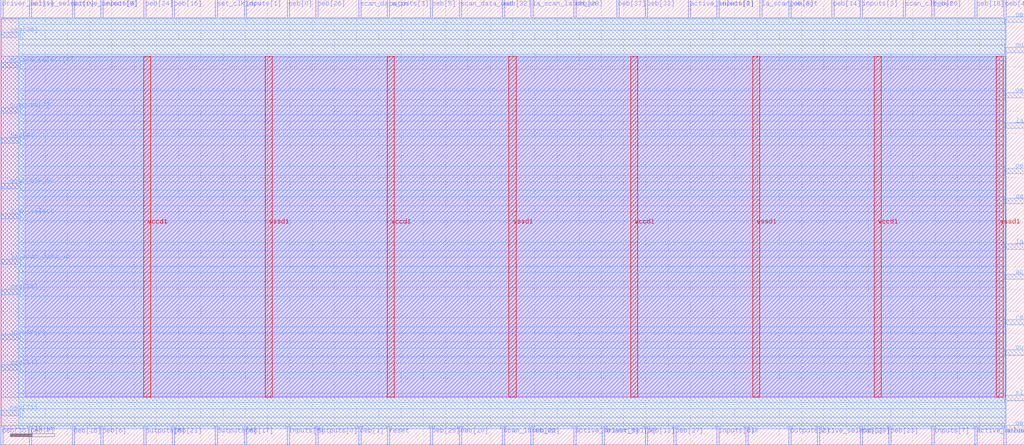
<source format=lef>
VERSION 5.7 ;
  NOWIREEXTENSIONATPIN ON ;
  DIVIDERCHAR "/" ;
  BUSBITCHARS "[]" ;
MACRO scan_controller
  CLASS BLOCK ;
  FOREIGN scan_controller ;
  ORIGIN 0.000 0.000 ;
  SIZE 230.000 BY 100.000 ;
  PIN active_select[0]
    DIRECTION INPUT ;
    USE SIGNAL ;
    PORT
      LAYER met2 ;
        RECT 6.390 96.000 6.950 100.000 ;
    END
  END active_select[0]
  PIN active_select[1]
    DIRECTION INPUT ;
    USE SIGNAL ;
    PORT
      LAYER met2 ;
        RECT 218.910 0.000 219.470 4.000 ;
    END
  END active_select[1]
  PIN active_select[2]
    DIRECTION INPUT ;
    USE SIGNAL ;
    PORT
      LAYER met2 ;
        RECT 225.350 0.000 225.910 4.000 ;
    END
  END active_select[2]
  PIN active_select[3]
    DIRECTION INPUT ;
    USE SIGNAL ;
    PORT
      LAYER met2 ;
        RECT 183.490 0.000 184.050 4.000 ;
    END
  END active_select[3]
  PIN active_select[4]
    DIRECTION INPUT ;
    USE SIGNAL ;
    PORT
      LAYER met2 ;
        RECT 154.510 96.000 155.070 100.000 ;
    END
  END active_select[4]
  PIN active_select[5]
    DIRECTION INPUT ;
    USE SIGNAL ;
    PORT
      LAYER met2 ;
        RECT 128.750 0.000 129.310 4.000 ;
    END
  END active_select[5]
  PIN active_select[6]
    DIRECTION INPUT ;
    USE SIGNAL ;
    PORT
      LAYER met3 ;
        RECT 226.000 37.140 230.000 38.340 ;
    END
  END active_select[6]
  PIN active_select[7]
    DIRECTION INPUT ;
    USE SIGNAL ;
    PORT
      LAYER met3 ;
        RECT 0.000 84.740 4.000 85.940 ;
    END
  END active_select[7]
  PIN active_select[8]
    DIRECTION INPUT ;
    USE SIGNAL ;
    PORT
      LAYER met2 ;
        RECT 16.050 96.000 16.610 100.000 ;
    END
  END active_select[8]
  PIN clk
    DIRECTION INPUT ;
    USE SIGNAL ;
    PORT
      LAYER met2 ;
        RECT 167.390 0.000 167.950 4.000 ;
    END
  END clk
  PIN driver_sel[0]
    DIRECTION INPUT ;
    USE SIGNAL ;
    PORT
      LAYER met2 ;
        RECT 135.190 0.000 135.750 4.000 ;
    END
  END driver_sel[0]
  PIN driver_sel[1]
    DIRECTION INPUT ;
    USE SIGNAL ;
    PORT
      LAYER met2 ;
        RECT -0.050 96.000 0.510 100.000 ;
    END
  END driver_sel[1]
  PIN inputs[0]
    DIRECTION INPUT ;
    USE SIGNAL ;
    PORT
      LAYER met2 ;
        RECT 160.950 0.000 161.510 4.000 ;
    END
  END inputs[0]
  PIN inputs[1]
    DIRECTION INPUT ;
    USE SIGNAL ;
    PORT
      LAYER met2 ;
        RECT 54.690 96.000 55.250 100.000 ;
    END
  END inputs[1]
  PIN inputs[2]
    DIRECTION INPUT ;
    USE SIGNAL ;
    PORT
      LAYER met2 ;
        RECT 160.950 96.000 161.510 100.000 ;
    END
  END inputs[2]
  PIN inputs[3]
    DIRECTION INPUT ;
    USE SIGNAL ;
    PORT
      LAYER met2 ;
        RECT 193.150 96.000 193.710 100.000 ;
    END
  END inputs[3]
  PIN inputs[4]
    DIRECTION INPUT ;
    USE SIGNAL ;
    PORT
      LAYER met2 ;
        RECT 22.490 96.000 23.050 100.000 ;
    END
  END inputs[4]
  PIN inputs[5]
    DIRECTION INPUT ;
    USE SIGNAL ;
    PORT
      LAYER met2 ;
        RECT 64.350 0.000 64.910 4.000 ;
    END
  END inputs[5]
  PIN inputs[6]
    DIRECTION INPUT ;
    USE SIGNAL ;
    PORT
      LAYER met3 ;
        RECT 0.000 23.540 4.000 24.740 ;
    END
  END inputs[6]
  PIN inputs[7]
    DIRECTION INPUT ;
    USE SIGNAL ;
    PORT
      LAYER met2 ;
        RECT 209.250 0.000 209.810 4.000 ;
    END
  END inputs[7]
  PIN la_scan_clk_in
    DIRECTION INPUT ;
    USE SIGNAL ;
    PORT
      LAYER met3 ;
        RECT 226.000 43.940 230.000 45.140 ;
    END
  END la_scan_clk_in
  PIN la_scan_data_in
    DIRECTION INPUT ;
    USE SIGNAL ;
    PORT
      LAYER met3 ;
        RECT 0.000 40.540 4.000 41.740 ;
    END
  END la_scan_data_in
  PIN la_scan_data_out
    DIRECTION OUTPUT TRISTATE ;
    USE SIGNAL ;
    PORT
      LAYER met3 ;
        RECT 226.000 71.140 230.000 72.340 ;
    END
  END la_scan_data_out
  PIN la_scan_latch_en
    DIRECTION INPUT ;
    USE SIGNAL ;
    PORT
      LAYER met2 ;
        RECT 119.090 96.000 119.650 100.000 ;
    END
  END la_scan_latch_en
  PIN la_scan_select
    DIRECTION INPUT ;
    USE SIGNAL ;
    PORT
      LAYER met2 ;
        RECT 170.610 96.000 171.170 100.000 ;
    END
  END la_scan_select
  PIN oeb[0]
    DIRECTION OUTPUT TRISTATE ;
    USE SIGNAL ;
    PORT
      LAYER met2 ;
        RECT 64.350 96.000 64.910 100.000 ;
    END
  END oeb[0]
  PIN oeb[10]
    DIRECTION OUTPUT TRISTATE ;
    USE SIGNAL ;
    PORT
      LAYER met2 ;
        RECT 102.990 0.000 103.550 4.000 ;
    END
  END oeb[10]
  PIN oeb[11]
    DIRECTION OUTPUT TRISTATE ;
    USE SIGNAL ;
    PORT
      LAYER met3 ;
        RECT 226.000 60.940 230.000 62.140 ;
    END
  END oeb[11]
  PIN oeb[12]
    DIRECTION OUTPUT TRISTATE ;
    USE SIGNAL ;
    PORT
      LAYER met3 ;
        RECT 226.000 77.940 230.000 79.140 ;
    END
  END oeb[12]
  PIN oeb[13]
    DIRECTION OUTPUT TRISTATE ;
    USE SIGNAL ;
    PORT
      LAYER met2 ;
        RECT 144.850 0.000 145.410 4.000 ;
    END
  END oeb[13]
  PIN oeb[14]
    DIRECTION OUTPUT TRISTATE ;
    USE SIGNAL ;
    PORT
      LAYER met2 ;
        RECT 186.710 96.000 187.270 100.000 ;
    END
  END oeb[14]
  PIN oeb[15]
    DIRECTION OUTPUT TRISTATE ;
    USE SIGNAL ;
    PORT
      LAYER met2 ;
        RECT 16.050 0.000 16.610 4.000 ;
    END
  END oeb[15]
  PIN oeb[16]
    DIRECTION OUTPUT TRISTATE ;
    USE SIGNAL ;
    PORT
      LAYER met2 ;
        RECT 38.590 96.000 39.150 100.000 ;
    END
  END oeb[16]
  PIN oeb[17]
    DIRECTION OUTPUT TRISTATE ;
    USE SIGNAL ;
    PORT
      LAYER met2 ;
        RECT 54.690 0.000 55.250 4.000 ;
    END
  END oeb[17]
  PIN oeb[18]
    DIRECTION OUTPUT TRISTATE ;
    USE SIGNAL ;
    PORT
      LAYER met2 ;
        RECT 218.910 96.000 219.470 100.000 ;
    END
  END oeb[18]
  PIN oeb[19]
    DIRECTION OUTPUT TRISTATE ;
    USE SIGNAL ;
    PORT
      LAYER met3 ;
        RECT 226.000 54.140 230.000 55.340 ;
    END
  END oeb[19]
  PIN oeb[1]
    DIRECTION OUTPUT TRISTATE ;
    USE SIGNAL ;
    PORT
      LAYER met2 ;
        RECT 80.450 0.000 81.010 4.000 ;
    END
  END oeb[1]
  PIN oeb[20]
    DIRECTION OUTPUT TRISTATE ;
    USE SIGNAL ;
    PORT
      LAYER met2 ;
        RECT 209.250 96.000 209.810 100.000 ;
    END
  END oeb[20]
  PIN oeb[21]
    DIRECTION OUTPUT TRISTATE ;
    USE SIGNAL ;
    PORT
      LAYER met2 ;
        RECT 38.590 0.000 39.150 4.000 ;
    END
  END oeb[21]
  PIN oeb[22]
    DIRECTION OUTPUT TRISTATE ;
    USE SIGNAL ;
    PORT
      LAYER met2 ;
        RECT 119.090 0.000 119.650 4.000 ;
    END
  END oeb[22]
  PIN oeb[23]
    DIRECTION OUTPUT TRISTATE ;
    USE SIGNAL ;
    PORT
      LAYER met2 ;
        RECT 199.590 0.000 200.150 4.000 ;
    END
  END oeb[23]
  PIN oeb[24]
    DIRECTION OUTPUT TRISTATE ;
    USE SIGNAL ;
    PORT
      LAYER met2 ;
        RECT 32.150 96.000 32.710 100.000 ;
    END
  END oeb[24]
  PIN oeb[25]
    DIRECTION OUTPUT TRISTATE ;
    USE SIGNAL ;
    PORT
      LAYER met2 ;
        RECT 96.550 0.000 97.110 4.000 ;
    END
  END oeb[25]
  PIN oeb[26]
    DIRECTION OUTPUT TRISTATE ;
    USE SIGNAL ;
    PORT
      LAYER met2 ;
        RECT 70.790 96.000 71.350 100.000 ;
    END
  END oeb[26]
  PIN oeb[27]
    DIRECTION OUTPUT TRISTATE ;
    USE SIGNAL ;
    PORT
      LAYER met2 ;
        RECT 151.290 0.000 151.850 4.000 ;
    END
  END oeb[27]
  PIN oeb[28]
    DIRECTION OUTPUT TRISTATE ;
    USE SIGNAL ;
    PORT
      LAYER met2 ;
        RECT 128.750 96.000 129.310 100.000 ;
    END
  END oeb[28]
  PIN oeb[29]
    DIRECTION OUTPUT TRISTATE ;
    USE SIGNAL ;
    PORT
      LAYER met2 ;
        RECT 193.150 0.000 193.710 4.000 ;
    END
  END oeb[29]
  PIN oeb[2]
    DIRECTION OUTPUT TRISTATE ;
    USE SIGNAL ;
    PORT
      LAYER met3 ;
        RECT 226.000 3.140 230.000 4.340 ;
    END
  END oeb[2]
  PIN oeb[30]
    DIRECTION OUTPUT TRISTATE ;
    USE SIGNAL ;
    PORT
      LAYER met3 ;
        RECT 0.000 33.740 4.000 34.940 ;
    END
  END oeb[30]
  PIN oeb[31]
    DIRECTION OUTPUT TRISTATE ;
    USE SIGNAL ;
    PORT
      LAYER met3 ;
        RECT 0.000 6.540 4.000 7.740 ;
    END
  END oeb[31]
  PIN oeb[32]
    DIRECTION OUTPUT TRISTATE ;
    USE SIGNAL ;
    PORT
      LAYER met2 ;
        RECT 112.650 96.000 113.210 100.000 ;
    END
  END oeb[32]
  PIN oeb[33]
    DIRECTION OUTPUT TRISTATE ;
    USE SIGNAL ;
    PORT
      LAYER met2 ;
        RECT 144.850 96.000 145.410 100.000 ;
    END
  END oeb[33]
  PIN oeb[34]
    DIRECTION OUTPUT TRISTATE ;
    USE SIGNAL ;
    PORT
      LAYER met3 ;
        RECT 0.000 16.740 4.000 17.940 ;
    END
  END oeb[34]
  PIN oeb[35]
    DIRECTION OUTPUT TRISTATE ;
    USE SIGNAL ;
    PORT
      LAYER met2 ;
        RECT -0.050 0.000 0.510 4.000 ;
    END
  END oeb[35]
  PIN oeb[36]
    DIRECTION OUTPUT TRISTATE ;
    USE SIGNAL ;
    PORT
      LAYER met3 ;
        RECT 0.000 91.540 4.000 92.740 ;
    END
  END oeb[36]
  PIN oeb[37]
    DIRECTION OUTPUT TRISTATE ;
    USE SIGNAL ;
    PORT
      LAYER met2 ;
        RECT 138.410 96.000 138.970 100.000 ;
    END
  END oeb[37]
  PIN oeb[3]
    DIRECTION OUTPUT TRISTATE ;
    USE SIGNAL ;
    PORT
      LAYER met2 ;
        RECT 177.050 96.000 177.610 100.000 ;
    END
  END oeb[3]
  PIN oeb[4]
    DIRECTION OUTPUT TRISTATE ;
    USE SIGNAL ;
    PORT
      LAYER met2 ;
        RECT 225.350 96.000 225.910 100.000 ;
    END
  END oeb[4]
  PIN oeb[5]
    DIRECTION OUTPUT TRISTATE ;
    USE SIGNAL ;
    PORT
      LAYER met2 ;
        RECT 96.550 96.000 97.110 100.000 ;
    END
  END oeb[5]
  PIN oeb[6]
    DIRECTION OUTPUT TRISTATE ;
    USE SIGNAL ;
    PORT
      LAYER met2 ;
        RECT 22.490 0.000 23.050 4.000 ;
    END
  END oeb[6]
  PIN oeb[7]
    DIRECTION OUTPUT TRISTATE ;
    USE SIGNAL ;
    PORT
      LAYER met2 ;
        RECT 6.390 0.000 6.950 4.000 ;
    END
  END oeb[7]
  PIN oeb[8]
    DIRECTION OUTPUT TRISTATE ;
    USE SIGNAL ;
    PORT
      LAYER met3 ;
        RECT 226.000 94.940 230.000 96.140 ;
    END
  END oeb[8]
  PIN oeb[9]
    DIRECTION OUTPUT TRISTATE ;
    USE SIGNAL ;
    PORT
      LAYER met3 ;
        RECT 0.000 67.740 4.000 68.940 ;
    END
  END oeb[9]
  PIN outputs[0]
    DIRECTION OUTPUT TRISTATE ;
    USE SIGNAL ;
    PORT
      LAYER met2 ;
        RECT 70.790 0.000 71.350 4.000 ;
    END
  END outputs[0]
  PIN outputs[1]
    DIRECTION OUTPUT TRISTATE ;
    USE SIGNAL ;
    PORT
      LAYER met3 ;
        RECT 226.000 88.140 230.000 89.340 ;
    END
  END outputs[1]
  PIN outputs[2]
    DIRECTION OUTPUT TRISTATE ;
    USE SIGNAL ;
    PORT
      LAYER met2 ;
        RECT 177.050 0.000 177.610 4.000 ;
    END
  END outputs[2]
  PIN outputs[3]
    DIRECTION OUTPUT TRISTATE ;
    USE SIGNAL ;
    PORT
      LAYER met2 ;
        RECT 86.890 96.000 87.450 100.000 ;
    END
  END outputs[3]
  PIN outputs[4]
    DIRECTION OUTPUT TRISTATE ;
    USE SIGNAL ;
    PORT
      LAYER met3 ;
        RECT 226.000 20.140 230.000 21.340 ;
    END
  END outputs[4]
  PIN outputs[5]
    DIRECTION OUTPUT TRISTATE ;
    USE SIGNAL ;
    PORT
      LAYER met2 ;
        RECT 32.150 0.000 32.710 4.000 ;
    END
  END outputs[5]
  PIN outputs[6]
    DIRECTION OUTPUT TRISTATE ;
    USE SIGNAL ;
    PORT
      LAYER met2 ;
        RECT 48.250 0.000 48.810 4.000 ;
    END
  END outputs[6]
  PIN outputs[7]
    DIRECTION OUTPUT TRISTATE ;
    USE SIGNAL ;
    PORT
      LAYER met3 ;
        RECT 0.000 74.540 4.000 75.740 ;
    END
  END outputs[7]
  PIN ready
    DIRECTION OUTPUT TRISTATE ;
    USE SIGNAL ;
    PORT
      LAYER met3 ;
        RECT 226.000 26.940 230.000 28.140 ;
    END
  END ready
  PIN reset
    DIRECTION INPUT ;
    USE SIGNAL ;
    PORT
      LAYER met2 ;
        RECT 86.890 0.000 87.450 4.000 ;
    END
  END reset
  PIN scan_clk_in
    DIRECTION INPUT ;
    USE SIGNAL ;
    PORT
      LAYER met3 ;
        RECT 0.000 57.540 4.000 58.740 ;
    END
  END scan_clk_in
  PIN scan_clk_out
    DIRECTION OUTPUT TRISTATE ;
    USE SIGNAL ;
    PORT
      LAYER met2 ;
        RECT 202.810 96.000 203.370 100.000 ;
    END
  END scan_clk_out
  PIN scan_data_in
    DIRECTION INPUT ;
    USE SIGNAL ;
    PORT
      LAYER met2 ;
        RECT 80.450 96.000 81.010 100.000 ;
    END
  END scan_data_in
  PIN scan_data_out
    DIRECTION OUTPUT TRISTATE ;
    USE SIGNAL ;
    PORT
      LAYER met2 ;
        RECT 102.990 96.000 103.550 100.000 ;
    END
  END scan_data_out
  PIN scan_latch_en
    DIRECTION OUTPUT TRISTATE ;
    USE SIGNAL ;
    PORT
      LAYER met2 ;
        RECT 112.650 0.000 113.210 4.000 ;
    END
  END scan_latch_en
  PIN scan_select
    DIRECTION OUTPUT TRISTATE ;
    USE SIGNAL ;
    PORT
      LAYER met3 ;
        RECT 0.000 50.740 4.000 51.940 ;
    END
  END scan_select
  PIN set_clk_div
    DIRECTION INPUT ;
    USE SIGNAL ;
    PORT
      LAYER met2 ;
        RECT 48.250 96.000 48.810 100.000 ;
    END
  END set_clk_div
  PIN slow_clk
    DIRECTION OUTPUT TRISTATE ;
    USE SIGNAL ;
    PORT
      LAYER met3 ;
        RECT 226.000 9.940 230.000 11.140 ;
    END
  END slow_clk
  PIN vccd1
    DIRECTION INOUT ;
    USE POWER ;
    PORT
      LAYER met4 ;
        RECT 32.090 10.640 33.690 87.280 ;
    END
    PORT
      LAYER met4 ;
        RECT 86.830 10.640 88.430 87.280 ;
    END
    PORT
      LAYER met4 ;
        RECT 141.570 10.640 143.170 87.280 ;
    END
    PORT
      LAYER met4 ;
        RECT 196.310 10.640 197.910 87.280 ;
    END
  END vccd1
  PIN vssd1
    DIRECTION INOUT ;
    USE GROUND ;
    PORT
      LAYER met4 ;
        RECT 59.460 10.640 61.060 87.280 ;
    END
    PORT
      LAYER met4 ;
        RECT 114.200 10.640 115.800 87.280 ;
    END
    PORT
      LAYER met4 ;
        RECT 168.940 10.640 170.540 87.280 ;
    END
    PORT
      LAYER met4 ;
        RECT 223.680 10.640 225.280 87.280 ;
    END
  END vssd1
  OBS
      LAYER li1 ;
        RECT 5.520 10.795 224.480 87.125 ;
      LAYER met1 ;
        RECT 0.070 10.640 225.790 87.280 ;
      LAYER met2 ;
        RECT 0.790 95.720 6.110 96.000 ;
        RECT 7.230 95.720 15.770 96.000 ;
        RECT 16.890 95.720 22.210 96.000 ;
        RECT 23.330 95.720 31.870 96.000 ;
        RECT 32.990 95.720 38.310 96.000 ;
        RECT 39.430 95.720 47.970 96.000 ;
        RECT 49.090 95.720 54.410 96.000 ;
        RECT 55.530 95.720 64.070 96.000 ;
        RECT 65.190 95.720 70.510 96.000 ;
        RECT 71.630 95.720 80.170 96.000 ;
        RECT 81.290 95.720 86.610 96.000 ;
        RECT 87.730 95.720 96.270 96.000 ;
        RECT 97.390 95.720 102.710 96.000 ;
        RECT 103.830 95.720 112.370 96.000 ;
        RECT 113.490 95.720 118.810 96.000 ;
        RECT 119.930 95.720 128.470 96.000 ;
        RECT 129.590 95.720 138.130 96.000 ;
        RECT 139.250 95.720 144.570 96.000 ;
        RECT 145.690 95.720 154.230 96.000 ;
        RECT 155.350 95.720 160.670 96.000 ;
        RECT 161.790 95.720 170.330 96.000 ;
        RECT 171.450 95.720 176.770 96.000 ;
        RECT 177.890 95.720 186.430 96.000 ;
        RECT 187.550 95.720 192.870 96.000 ;
        RECT 193.990 95.720 202.530 96.000 ;
        RECT 203.650 95.720 208.970 96.000 ;
        RECT 210.090 95.720 218.630 96.000 ;
        RECT 219.750 95.720 225.070 96.000 ;
        RECT 0.100 4.280 225.760 95.720 ;
        RECT 0.790 3.555 6.110 4.280 ;
        RECT 7.230 3.555 15.770 4.280 ;
        RECT 16.890 3.555 22.210 4.280 ;
        RECT 23.330 3.555 31.870 4.280 ;
        RECT 32.990 3.555 38.310 4.280 ;
        RECT 39.430 3.555 47.970 4.280 ;
        RECT 49.090 3.555 54.410 4.280 ;
        RECT 55.530 3.555 64.070 4.280 ;
        RECT 65.190 3.555 70.510 4.280 ;
        RECT 71.630 3.555 80.170 4.280 ;
        RECT 81.290 3.555 86.610 4.280 ;
        RECT 87.730 3.555 96.270 4.280 ;
        RECT 97.390 3.555 102.710 4.280 ;
        RECT 103.830 3.555 112.370 4.280 ;
        RECT 113.490 3.555 118.810 4.280 ;
        RECT 119.930 3.555 128.470 4.280 ;
        RECT 129.590 3.555 134.910 4.280 ;
        RECT 136.030 3.555 144.570 4.280 ;
        RECT 145.690 3.555 151.010 4.280 ;
        RECT 152.130 3.555 160.670 4.280 ;
        RECT 161.790 3.555 167.110 4.280 ;
        RECT 168.230 3.555 176.770 4.280 ;
        RECT 177.890 3.555 183.210 4.280 ;
        RECT 184.330 3.555 192.870 4.280 ;
        RECT 193.990 3.555 199.310 4.280 ;
        RECT 200.430 3.555 208.970 4.280 ;
        RECT 210.090 3.555 218.630 4.280 ;
        RECT 219.750 3.555 225.070 4.280 ;
      LAYER met3 ;
        RECT 4.000 94.540 225.600 95.705 ;
        RECT 4.000 93.140 226.010 94.540 ;
        RECT 4.400 91.140 226.010 93.140 ;
        RECT 4.000 89.740 226.010 91.140 ;
        RECT 4.000 87.740 225.600 89.740 ;
        RECT 4.000 86.340 226.010 87.740 ;
        RECT 4.400 84.340 226.010 86.340 ;
        RECT 4.000 79.540 226.010 84.340 ;
        RECT 4.000 77.540 225.600 79.540 ;
        RECT 4.000 76.140 226.010 77.540 ;
        RECT 4.400 74.140 226.010 76.140 ;
        RECT 4.000 72.740 226.010 74.140 ;
        RECT 4.000 70.740 225.600 72.740 ;
        RECT 4.000 69.340 226.010 70.740 ;
        RECT 4.400 67.340 226.010 69.340 ;
        RECT 4.000 62.540 226.010 67.340 ;
        RECT 4.000 60.540 225.600 62.540 ;
        RECT 4.000 59.140 226.010 60.540 ;
        RECT 4.400 57.140 226.010 59.140 ;
        RECT 4.000 55.740 226.010 57.140 ;
        RECT 4.000 53.740 225.600 55.740 ;
        RECT 4.000 52.340 226.010 53.740 ;
        RECT 4.400 50.340 226.010 52.340 ;
        RECT 4.000 45.540 226.010 50.340 ;
        RECT 4.000 43.540 225.600 45.540 ;
        RECT 4.000 42.140 226.010 43.540 ;
        RECT 4.400 40.140 226.010 42.140 ;
        RECT 4.000 38.740 226.010 40.140 ;
        RECT 4.000 36.740 225.600 38.740 ;
        RECT 4.000 35.340 226.010 36.740 ;
        RECT 4.400 33.340 226.010 35.340 ;
        RECT 4.000 28.540 226.010 33.340 ;
        RECT 4.000 26.540 225.600 28.540 ;
        RECT 4.000 25.140 226.010 26.540 ;
        RECT 4.400 23.140 226.010 25.140 ;
        RECT 4.000 21.740 226.010 23.140 ;
        RECT 4.000 19.740 225.600 21.740 ;
        RECT 4.000 18.340 226.010 19.740 ;
        RECT 4.400 16.340 226.010 18.340 ;
        RECT 4.000 11.540 226.010 16.340 ;
        RECT 4.000 9.540 225.600 11.540 ;
        RECT 4.000 8.140 226.010 9.540 ;
        RECT 4.400 6.140 226.010 8.140 ;
        RECT 4.000 4.740 226.010 6.140 ;
        RECT 4.000 3.575 225.600 4.740 ;
  END
END scan_controller
END LIBRARY


</source>
